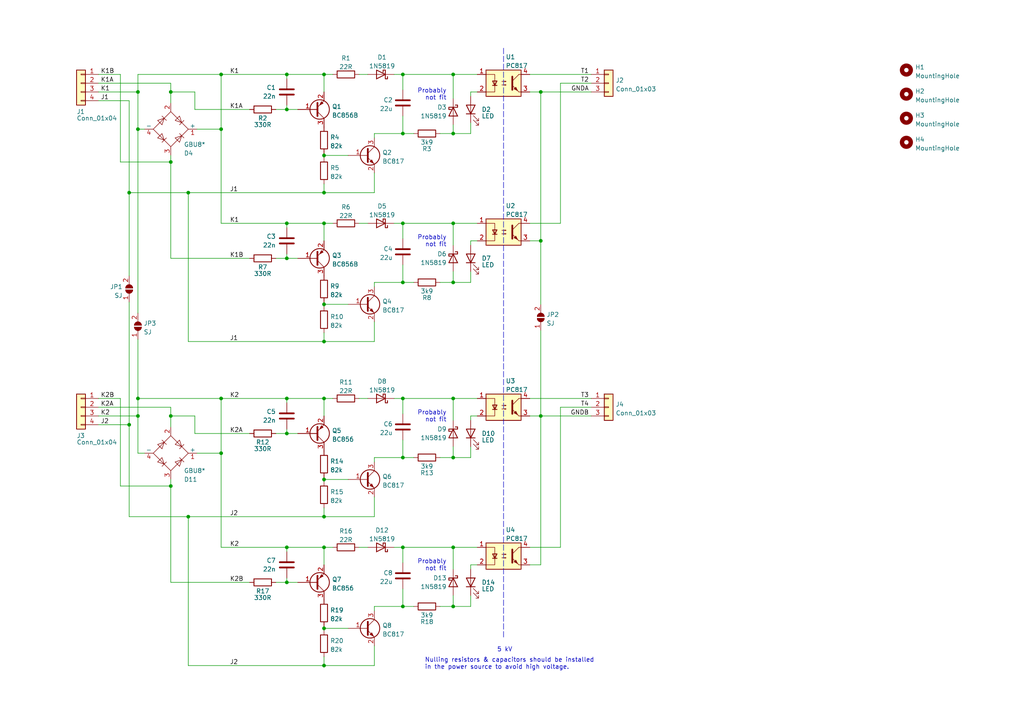
<source format=kicad_sch>
(kicad_sch (version 20211123) (generator eeschema)
  (paper "A4")
  (title_block (title "DCC Track Occupancy Detector") (date "2022-07-19") (rev "1.0") (company "Model Railroader Club Brno I – KMŽ Brno I – https://kmz-brno.cz/") (comment 1 "Jan Horáček"))
  (lib_symbols
    (symbol "Connector_Generic:Conn_01x03" (pin_names (offset 1.016) hide)
      (property "Reference" "J" (at 0 5.08 0))
      (property "Value" "Conn_01x03" (at 0 -5.08 0))
      (symbol "Conn_01x03_1_1"
        (rectangle (start -1.27 -2.413) (end 0 -2.667) (stroke (width 0.1524)))
        (rectangle (start -1.27 0.127) (end 0 -0.127) (stroke (width 0.1524)))
        (rectangle (start -1.27 2.667) (end 0 2.413) (stroke (width 0.1524)))
        (rectangle (start -1.27 3.81) (end 1.27 -3.81) (stroke (width 0.254)) (fill (type background)))
        (pin passive line (at -5.08 2.54 0) (length 3.81) (name "Pin_1") (number "1"))
        (pin passive line (at -5.08 0 0) (length 3.81) (name "Pin_2") (number "2"))
        (pin passive line (at -5.08 -2.54 0) (length 3.81) (name "Pin_3") (number "3"))
      )
    )
    (symbol "Connector_Generic:Conn_01x04" (pin_names (offset 1.016) hide)
      (property "Reference" "J" (at 0 5.08 0))
      (property "Value" "Conn_01x04" (at 0 -7.62 0))
      (symbol "Conn_01x04_1_1"
        (rectangle (start -1.27 -4.953) (end 0 -5.207) (stroke (width 0.1524)))
        (rectangle (start -1.27 -2.413) (end 0 -2.667) (stroke (width 0.1524)))
        (rectangle (start -1.27 0.127) (end 0 -0.127) (stroke (width 0.1524)))
        (rectangle (start -1.27 2.667) (end 0 2.413) (stroke (width 0.1524)))
        (rectangle (start -1.27 3.81) (end 1.27 -6.35) (stroke (width 0.254)) (fill (type background)))
        (pin passive line (at -5.08 2.54 0) (length 3.81) (name "Pin_1") (number "1"))
        (pin passive line (at -5.08 0 0) (length 3.81) (name "Pin_2") (number "2"))
        (pin passive line (at -5.08 -2.54 0) (length 3.81) (name "Pin_3") (number "3"))
        (pin passive line (at -5.08 -5.08 0) (length 3.81) (name "Pin_4") (number "4"))
      )
    )
    (symbol "Device:C" (pin_numbers hide) (pin_names (offset 0.254))
      (property "Reference" "C" (at 0.635 2.54 0))
      (property "Value" "C" (at 0.635 -2.54 0))
      (symbol "C_0_1"
        (polyline (pts (xy -2.032 -0.762) (xy 2.032 -0.762)) (stroke (width 0.508)))
        (polyline (pts (xy -2.032 0.762) (xy 2.032 0.762)) (stroke (width 0.508)))
      )
      (symbol "C_1_1"
        (pin passive line (at 0 3.81 270) (length 2.794) (name "~") (number "1"))
        (pin passive line (at 0 -3.81 90) (length 2.794) (name "~") (number "2"))
      )
    )
    (symbol "Device:LED" (pin_numbers hide) (pin_names (offset 1.016) hide)
      (property "Reference" "D" (at 0 2.54 0))
      (property "Value" "LED" (at 0 -2.54 0))
      (symbol "LED_0_1"
        (polyline (pts (xy -1.27 -1.27) (xy -1.27 1.27)) (stroke (width 0.254)))
        (polyline (pts (xy -1.27 0) (xy 1.27 0)))
        (polyline (pts (xy 1.27 -1.27) (xy 1.27 1.27) (xy -1.27 0) (xy 1.27 -1.27)) (stroke (width 0.254)))
        (polyline (pts (xy -3.048 -0.762) (xy -4.572 -2.286) (xy -3.81 -2.286) (xy -4.572 -2.286) (xy -4.572 -1.524)))
        (polyline (pts (xy -1.778 -0.762) (xy -3.302 -2.286) (xy -2.54 -2.286) (xy -3.302 -2.286) (xy -3.302 -1.524)))
      )
      (symbol "LED_1_1"
        (pin passive line (at -3.81 0 0) (length 2.54) (name "K") (number "1"))
        (pin passive line (at 3.81 0 180) (length 2.54) (name "A") (number "2"))
      )
    )
    (symbol "Device:R" (pin_numbers hide) (pin_names (offset 0))
      (property "Reference" "R" (at 2.032 0 90))
      (property "Value" "R" (at 0 0 90))
      (symbol "R_0_1"
        (rectangle (start -1.016 -2.54) (end 1.016 2.54) (stroke (width 0.254)))
      )
      (symbol "R_1_1"
        (pin passive line (at 0 3.81 270) (length 1.27) (name "~") (number "1"))
        (pin passive line (at 0 -3.81 90) (length 1.27) (name "~") (number "2"))
      )
    )
    (symbol "Diode:1N5819" (pin_numbers hide) (pin_names (offset 1.016) hide)
      (property "Reference" "D" (at 0 2.54 0))
      (property "Value" "1N5819" (at 0 -2.54 0))
      (symbol "1N5819_0_1"
        (polyline (pts (xy 1.27 0) (xy -1.27 0)))
        (polyline (pts (xy 1.27 1.27) (xy 1.27 -1.27) (xy -1.27 0) (xy 1.27 1.27)) (stroke (width 0.254)))
        (polyline (pts (xy -1.905 0.635) (xy -1.905 1.27) (xy -1.27 1.27) (xy -1.27 -1.27) (xy -0.635 -1.27) (xy -0.635 -0.635)) (stroke (width 0.254)))
      )
      (symbol "1N5819_1_1"
        (pin passive line (at -3.81 0 0) (length 2.54) (name "K") (number "1"))
        (pin passive line (at 3.81 0 180) (length 2.54) (name "A") (number "2"))
      )
    )
    (symbol "Diode_Bridge:GBU8B" (pin_names (offset 0))
      (property "Reference" "D" (at 2.54 6.985 0))
      (property "Value" "GBU8B" (at 2.54 5.08 0))
      (symbol "GBU8B_0_1"
        (polyline (pts (xy -2.54 3.81) (xy -1.27 2.54)))
        (polyline (pts (xy -1.27 -2.54) (xy -2.54 -3.81)))
        (polyline (pts (xy 2.54 -1.27) (xy 3.81 -2.54)))
        (polyline (pts (xy 2.54 1.27) (xy 3.81 2.54)))
        (polyline (pts (xy -3.81 2.54) (xy -2.54 1.27) (xy -1.905 3.175) (xy -3.81 2.54)))
        (polyline (pts (xy -2.54 -1.27) (xy -3.81 -2.54) (xy -1.905 -3.175) (xy -2.54 -1.27)))
        (polyline (pts (xy 1.27 2.54) (xy 2.54 3.81) (xy 3.175 1.905) (xy 1.27 2.54)))
        (polyline (pts (xy 3.175 -1.905) (xy 1.27 -2.54) (xy 2.54 -3.81) (xy 3.175 -1.905)))
        (polyline (pts (xy -5.08 0) (xy 0 -5.08) (xy 5.08 0) (xy 0 5.08) (xy -5.08 0)))
      )
      (symbol "GBU8B_1_1"
        (pin passive line (at 7.62 0 180) (length 2.54) (name "+") (number "1"))
        (pin passive line (at 0 -7.62 90) (length 2.54) (name "~") (number "2"))
        (pin passive line (at 0 7.62 270) (length 2.54) (name "~") (number "3"))
        (pin passive line (at -7.62 0 0) (length 2.54) (name "-") (number "4"))
      )
    )
    (symbol "Isolator:PC817" (pin_names (offset 1.016))
      (property "Reference" "U" (at -5.08 5.08 0))
      (property "Value" "PC817" (at 0 5.08 0))
      (symbol "PC817_0_1"
        (rectangle (start -5.08 3.81) (end 5.08 -3.81) (stroke (width 0.254)) (fill (type background)))
        (polyline (pts (xy -3.175 -0.635) (xy -1.905 -0.635)) (stroke (width 0.254)))
        (polyline (pts (xy 2.54 0.635) (xy 4.445 2.54)))
        (polyline (pts (xy 4.445 -2.54) (xy 2.54 -0.635)) (fill (type outline)))
        (polyline (pts (xy 4.445 -2.54) (xy 5.08 -2.54)))
        (polyline (pts (xy 4.445 2.54) (xy 5.08 2.54)))
        (polyline (pts (xy -5.08 2.54) (xy -2.54 2.54) (xy -2.54 -0.635)))
        (polyline (pts (xy -2.54 -0.635) (xy -2.54 -2.54) (xy -5.08 -2.54)))
        (polyline (pts (xy 2.54 1.905) (xy 2.54 -1.905) (xy 2.54 -1.905)) (stroke (width 0.508)))
        (polyline (pts (xy -2.54 -0.635) (xy -3.175 0.635) (xy -1.905 0.635) (xy -2.54 -0.635)) (stroke (width 0.254)))
        (polyline (pts (xy -0.508 -0.508) (xy 0.762 -0.508) (xy 0.381 -0.635) (xy 0.381 -0.381) (xy 0.762 -0.508)))
        (polyline (pts (xy -0.508 0.508) (xy 0.762 0.508) (xy 0.381 0.381) (xy 0.381 0.635) (xy 0.762 0.508)))
        (polyline (pts (xy 3.048 -1.651) (xy 3.556 -1.143) (xy 4.064 -2.159) (xy 3.048 -1.651) (xy 3.048 -1.651)) (fill (type outline)))
      )
      (symbol "PC817_1_1"
        (pin passive line (at -7.62 2.54 0) (length 2.54) (name "~") (number "1"))
        (pin passive line (at -7.62 -2.54 0) (length 2.54) (name "~") (number "2"))
        (pin passive line (at 7.62 -2.54 180) (length 2.54) (name "~") (number "3"))
        (pin passive line (at 7.62 2.54 180) (length 2.54) (name "~") (number "4"))
      )
    )
    (symbol "Jumper:SolderJumper_2_Open" (pin_names (offset 0) hide)
      (property "Reference" "JP" (at 0 2.032 0))
      (property "Value" "SolderJumper_2_Open" (at 0 -2.54 0))
      (symbol "SolderJumper_2_Open_0_1"
        (arc (start -0.254 1.016) (mid -1.27 0) (end -0.254 -1.016))
        (arc (start -0.254 1.016) (mid -1.27 0) (end -0.254 -1.016) (fill (type outline)))
        (polyline (pts (xy -0.254 1.016) (xy -0.254 -1.016)))
        (polyline (pts (xy 0.254 1.016) (xy 0.254 -1.016)))
        (arc (start 0.254 -1.016) (mid 1.27 0) (end 0.254 1.016))
        (arc (start 0.254 -1.016) (mid 1.27 0) (end 0.254 1.016) (fill (type outline)))
      )
      (symbol "SolderJumper_2_Open_1_1"
        (pin passive line (at -3.81 0 0) (length 2.54) (name "A") (number "1"))
        (pin passive line (at 3.81 0 180) (length 2.54) (name "B") (number "2"))
      )
    )
    (symbol "Mechanical:MountingHole" (pin_names (offset 1.016))
      (property "Reference" "H" (at 0 5.08 0))
      (property "Value" "MountingHole" (at 0 3.175 0))
      (symbol "MountingHole_0_1"
        (circle (center 0 0) (radius 1.27) (stroke (width 1.27)))
      )
    )
    (symbol "Transistor_BJT:BC817" (pin_names (offset 0) hide)
      (property "Reference" "Q" (at 5.08 1.905 0))
      (property "Value" "BC817" (at 5.08 0 0))
      (symbol "BC817_0_1"
        (polyline (pts (xy 0.635 0.635) (xy 2.54 2.54)))
        (polyline (pts (xy 0.635 -0.635) (xy 2.54 -2.54) (xy 2.54 -2.54)))
        (polyline (pts (xy 0.635 1.905) (xy 0.635 -1.905) (xy 0.635 -1.905)) (stroke (width 0.508)))
        (polyline (pts (xy 1.27 -1.778) (xy 1.778 -1.27) (xy 2.286 -2.286) (xy 1.27 -1.778) (xy 1.27 -1.778)) (fill (type outline)))
        (circle (center 1.27 0) (radius 2.8194) (stroke (width 0.254)))
      )
      (symbol "BC817_1_1"
        (pin input line (at -5.08 0 0) (length 5.715) (name "B") (number "1"))
        (pin passive line (at 2.54 -5.08 90) (length 2.54) (name "E") (number "2"))
        (pin passive line (at 2.54 5.08 270) (length 2.54) (name "C") (number "3"))
      )
    )
    (symbol "Transistor_BJT:BC856" (pin_names (offset 0) hide)
      (property "Reference" "Q" (at 5.08 1.905 0))
      (property "Value" "BC856" (at 5.08 0 0))
      (symbol "BC856_0_1"
        (polyline (pts (xy 0.635 0.635) (xy 2.54 2.54)))
        (polyline (pts (xy 0.635 -0.635) (xy 2.54 -2.54) (xy 2.54 -2.54)))
        (polyline (pts (xy 0.635 1.905) (xy 0.635 -1.905) (xy 0.635 -1.905)) (stroke (width 0.508)))
        (polyline (pts (xy 2.286 -1.778) (xy 1.778 -2.286) (xy 1.27 -1.27) (xy 2.286 -1.778) (xy 2.286 -1.778)) (fill (type outline)))
        (circle (center 1.27 0) (radius 2.8194) (stroke (width 0.254)))
      )
      (symbol "BC856_1_1"
        (pin input line (at -5.08 0 0) (length 5.715) (name "B") (number "1"))
        (pin passive line (at 2.54 -5.08 90) (length 2.54) (name "E") (number "2"))
        (pin passive line (at 2.54 5.08 270) (length 2.54) (name "C") (number "3"))
      )
    )
  )
  (junction (at 83.185 168.91))
  (junction (at 83.185 158.75))
  (junction (at 131.445 81.915))
  (junction (at 116.84 115.57))
  (junction (at 116.84 132.715))
  (junction (at 40.005 115.57))
  (junction (at 131.445 64.77))
  (junction (at 37.465 123.19))
  (junction (at 83.185 64.77))
  (junction (at 83.185 74.93))
  (junction (at 54.61 149.86))
  (junction (at 156.845 26.67))
  (junction (at 83.185 31.75))
  (junction (at 156.845 69.85))
  (junction (at 131.445 38.735))
  (junction (at 93.98 88.265))
  (junction (at 64.135 131.445))
  (junction (at 64.135 115.57))
  (junction (at 40.005 37.465))
  (junction (at 116.84 81.915))
  (junction (at 156.845 120.65))
  (junction (at 64.135 21.59))
  (junction (at 131.445 132.715))
  (junction (at 116.84 158.75))
  (junction (at 131.445 175.895))
  (junction (at 40.005 120.65))
  (junction (at 93.98 21.59))
  (junction (at 116.84 21.59))
  (junction (at 93.98 99.06))
  (junction (at 116.84 64.77))
  (junction (at 49.53 26.67))
  (junction (at 93.98 64.77))
  (junction (at 116.84 38.735))
  (junction (at 64.135 37.465))
  (junction (at 93.98 193.04))
  (junction (at 49.53 120.65))
  (junction (at 49.53 140.97))
  (junction (at 83.185 21.59))
  (junction (at 93.98 182.245))
  (junction (at 54.61 55.88))
  (junction (at 93.98 115.57))
  (junction (at 93.98 149.86))
  (junction (at 93.98 45.085))
  (junction (at 37.465 55.88))
  (junction (at 83.185 125.73))
  (junction (at 49.53 46.99))
  (junction (at 131.445 115.57))
  (junction (at 131.445 21.59))
  (junction (at 93.98 139.065))
  (junction (at 93.98 158.75))
  (junction (at 116.84 175.895))
  (junction (at 131.445 158.75))
  (junction (at 40.005 26.67))
  (junction (at 93.98 55.88))
  (junction (at 83.185 115.57))
  (wire (pts (xy 93.98 55.88) (xy 108.585 55.88)))
  (wire (pts (xy 116.84 120.015) (xy 116.84 115.57)))
  (wire (pts (xy 108.585 40.005) (xy 108.585 38.735)))
  (wire (pts (xy 136.525 163.83) (xy 138.43 163.83)))
  (wire (pts (xy 116.84 76.835) (xy 116.84 81.915)))
  (wire (pts (xy 37.465 55.88) (xy 54.61 55.88)))
  (wire (pts (xy 64.135 115.57) (xy 64.135 131.445)))
  (wire (pts (xy 83.185 115.57) (xy 93.98 115.57)))
  (wire (pts (xy 156.845 69.85) (xy 156.845 88.265)))
  (wire (pts (xy 83.185 124.46) (xy 83.185 125.73)))
  (wire (pts (xy 131.445 64.77) (xy 131.445 71.12)))
  (wire (pts (xy 80.01 168.91) (xy 83.185 168.91)))
  (wire (pts (xy 83.185 31.75) (xy 86.36 31.75)))
  (wire (pts (xy 49.53 74.93) (xy 72.39 74.93)))
  (wire (pts (xy 28.575 21.59) (xy 34.925 21.59)))
  (wire (pts (xy 127.635 81.915) (xy 131.445 81.915)))
  (wire (pts (xy 64.135 64.77) (xy 83.185 64.77)))
  (wire (pts (xy 56.515 26.67) (xy 56.515 31.75)))
  (wire (pts (xy 80.01 74.93) (xy 83.185 74.93)))
  (wire (pts (xy 93.98 99.06) (xy 108.585 99.06)))
  (wire (pts (xy 153.67 158.75) (xy 162.56 158.75)))
  (wire (pts (xy 108.585 93.345) (xy 108.585 99.06)))
  (wire (pts (xy 56.515 31.75) (xy 72.39 31.75)))
  (wire (pts (xy 93.98 138.43) (xy 93.98 139.065)))
  (wire (pts (xy 116.84 64.77) (xy 131.445 64.77)))
  (wire (pts (xy 49.53 46.99) (xy 49.53 74.93)))
  (wire (pts (xy 49.53 120.65) (xy 49.53 118.11)))
  (wire (pts (xy 116.84 21.59) (xy 131.445 21.59)))
  (wire (pts (xy 93.98 181.61) (xy 93.98 182.245)))
  (wire (pts (xy 83.185 21.59) (xy 93.98 21.59)))
  (wire (pts (xy 40.005 120.65) (xy 40.005 115.57)))
  (wire (pts (xy 83.185 64.77) (xy 93.98 64.77)))
  (wire (pts (xy 54.61 55.88) (xy 54.61 99.06)))
  (wire (pts (xy 54.61 55.88) (xy 93.98 55.88)))
  (wire (pts (xy 116.84 158.75) (xy 114.3 158.75)))
  (wire (pts (xy 131.445 78.74) (xy 131.445 81.915)))
  (wire (pts (xy 83.185 158.75) (xy 93.98 158.75)))
  (wire (pts (xy 93.98 21.59) (xy 96.52 21.59)))
  (wire (pts (xy 54.61 193.04) (xy 93.98 193.04)))
  (wire (pts (xy 83.185 74.93) (xy 86.36 74.93)))
  (wire (pts (xy 108.585 144.145) (xy 108.585 149.86)))
  (wire (pts (xy 108.585 187.325) (xy 108.585 193.04)))
  (wire (pts (xy 116.84 170.815) (xy 116.84 175.895)))
  (wire (pts (xy 83.185 158.75) (xy 83.185 160.02)))
  (wire (pts (xy 116.84 64.77) (xy 114.3 64.77)))
  (wire (pts (xy 116.84 26.035) (xy 116.84 21.59)))
  (wire (pts (xy 136.525 120.65) (xy 136.525 121.92)))
  (wire (pts (xy 162.56 158.75) (xy 162.56 118.11)))
  (wire (pts (xy 93.98 88.265) (xy 100.965 88.265)))
  (wire (pts (xy 40.005 21.59) (xy 64.135 21.59)))
  (wire (pts (xy 28.575 26.67) (xy 40.005 26.67)))
  (wire (pts (xy 153.67 64.77) (xy 162.56 64.77)))
  (wire (pts (xy 136.525 26.67) (xy 138.43 26.67)))
  (wire (pts (xy 34.925 21.59) (xy 34.925 46.99)))
  (wire (pts (xy 131.445 36.195) (xy 131.445 38.735)))
  (wire (pts (xy 93.98 53.34) (xy 93.98 55.88)))
  (wire (pts (xy 156.845 26.67) (xy 156.845 69.85)))
  (wire (pts (xy 40.005 115.57) (xy 64.135 115.57)))
  (wire (pts (xy 93.98 96.52) (xy 93.98 99.06)))
  (wire (pts (xy 116.84 33.655) (xy 116.84 38.735)))
  (wire (pts (xy 64.135 21.59) (xy 83.185 21.59)))
  (wire (pts (xy 37.465 123.19) (xy 37.465 149.86)))
  (wire (pts (xy 93.98 21.59) (xy 93.98 26.67)))
  (wire (pts (xy 108.585 81.915) (xy 116.84 81.915)))
  (wire (pts (xy 93.98 149.86) (xy 108.585 149.86)))
  (wire (pts (xy 131.445 115.57) (xy 138.43 115.57)))
  (wire (pts (xy 131.445 132.715) (xy 136.525 132.715)))
  (wire (pts (xy 83.185 64.77) (xy 83.185 66.04)))
  (wire (pts (xy 153.67 69.85) (xy 156.845 69.85)))
  (wire (pts (xy 116.84 115.57) (xy 114.3 115.57)))
  (wire (pts (xy 80.01 31.75) (xy 83.185 31.75)))
  (polyline (pts (xy 146.05 13.97) (xy 146.05 184.785)))
  (wire (pts (xy 153.67 163.83) (xy 156.845 163.83)))
  (wire (pts (xy 37.465 149.86) (xy 54.61 149.86)))
  (wire (pts (xy 108.585 50.165) (xy 108.585 55.88)))
  (wire (pts (xy 156.845 120.65) (xy 171.45 120.65)))
  (wire (pts (xy 93.98 139.065) (xy 100.965 139.065)))
  (wire (pts (xy 108.585 175.895) (xy 116.84 175.895)))
  (wire (pts (xy 49.53 26.67) (xy 49.53 29.845)))
  (wire (pts (xy 80.01 125.73) (xy 83.185 125.73)))
  (wire (pts (xy 93.98 44.45) (xy 93.98 45.085)))
  (wire (pts (xy 93.98 190.5) (xy 93.98 193.04)))
  (wire (pts (xy 83.185 21.59) (xy 83.185 22.86)))
  (wire (pts (xy 108.585 133.985) (xy 108.585 132.715)))
  (wire (pts (xy 64.135 158.75) (xy 83.185 158.75)))
  (wire (pts (xy 116.84 158.75) (xy 131.445 158.75)))
  (wire (pts (xy 131.445 129.54) (xy 131.445 132.715)))
  (wire (pts (xy 64.135 21.59) (xy 64.135 37.465)))
  (wire (pts (xy 108.585 38.735) (xy 116.84 38.735)))
  (wire (pts (xy 136.525 172.72) (xy 136.525 175.895)))
  (wire (pts (xy 108.585 132.715) (xy 116.84 132.715)))
  (wire (pts (xy 136.525 35.56) (xy 136.525 38.735)))
  (wire (pts (xy 104.14 64.77) (xy 106.68 64.77)))
  (wire (pts (xy 131.445 21.59) (xy 131.445 28.575)))
  (wire (pts (xy 116.84 69.215) (xy 116.84 64.77)))
  (wire (pts (xy 93.98 182.245) (xy 100.965 182.245)))
  (wire (pts (xy 153.67 120.65) (xy 156.845 120.65)))
  (wire (pts (xy 104.14 158.75) (xy 106.68 158.75)))
  (wire (pts (xy 131.445 158.75) (xy 131.445 165.1)))
  (wire (pts (xy 116.84 81.915) (xy 120.015 81.915)))
  (wire (pts (xy 131.445 172.72) (xy 131.445 175.895)))
  (wire (pts (xy 153.67 115.57) (xy 171.45 115.57)))
  (wire (pts (xy 153.67 26.67) (xy 156.845 26.67)))
  (wire (pts (xy 54.61 149.86) (xy 54.61 193.04)))
  (wire (pts (xy 116.84 127.635) (xy 116.84 132.715)))
  (wire (pts (xy 93.98 158.75) (xy 93.98 163.83)))
  (wire (pts (xy 28.575 120.65) (xy 40.005 120.65)))
  (wire (pts (xy 54.61 99.06) (xy 93.98 99.06)))
  (wire (pts (xy 49.53 120.65) (xy 49.53 123.825)))
  (wire (pts (xy 49.53 139.065) (xy 49.53 140.97)))
  (wire (pts (xy 56.515 120.65) (xy 56.515 125.73)))
  (wire (pts (xy 93.98 64.77) (xy 96.52 64.77)))
  (wire (pts (xy 116.84 38.735) (xy 120.015 38.735)))
  (wire (pts (xy 156.845 26.67) (xy 171.45 26.67)))
  (wire (pts (xy 108.585 83.185) (xy 108.585 81.915)))
  (wire (pts (xy 136.525 120.65) (xy 138.43 120.65)))
  (wire (pts (xy 116.84 132.715) (xy 120.015 132.715)))
  (wire (pts (xy 136.525 163.83) (xy 136.525 165.1)))
  (wire (pts (xy 34.925 115.57) (xy 28.575 115.57)))
  (wire (pts (xy 93.98 45.085) (xy 93.98 45.72)))
  (wire (pts (xy 49.53 45.085) (xy 49.53 46.99)))
  (wire (pts (xy 41.91 131.445) (xy 40.005 131.445)))
  (wire (pts (xy 49.53 26.67) (xy 49.53 24.13)))
  (wire (pts (xy 131.445 38.735) (xy 136.525 38.735)))
  (wire (pts (xy 34.925 115.57) (xy 34.925 140.97)))
  (wire (pts (xy 93.98 115.57) (xy 93.98 120.65)))
  (wire (pts (xy 156.845 120.65) (xy 156.845 163.83)))
  (wire (pts (xy 93.98 87.63) (xy 93.98 88.265)))
  (wire (pts (xy 131.445 175.895) (xy 136.525 175.895)))
  (wire (pts (xy 127.635 175.895) (xy 131.445 175.895)))
  (wire (pts (xy 156.845 95.885) (xy 156.845 120.65)))
  (wire (pts (xy 93.98 158.75) (xy 96.52 158.75)))
  (wire (pts (xy 56.515 26.67) (xy 49.53 26.67)))
  (wire (pts (xy 83.185 167.64) (xy 83.185 168.91)))
  (wire (pts (xy 40.005 37.465) (xy 40.005 26.67)))
  (wire (pts (xy 40.005 26.67) (xy 40.005 21.59)))
  (wire (pts (xy 49.53 168.91) (xy 72.39 168.91)))
  (wire (pts (xy 56.515 125.73) (xy 72.39 125.73)))
  (wire (pts (xy 93.98 193.04) (xy 108.585 193.04)))
  (wire (pts (xy 54.61 149.86) (xy 93.98 149.86)))
  (wire (pts (xy 83.185 115.57) (xy 83.185 116.84)))
  (wire (pts (xy 127.635 132.715) (xy 131.445 132.715)))
  (wire (pts (xy 131.445 81.915) (xy 136.525 81.915)))
  (wire (pts (xy 116.84 163.195) (xy 116.84 158.75)))
  (wire (pts (xy 131.445 21.59) (xy 138.43 21.59)))
  (wire (pts (xy 37.465 29.21) (xy 37.465 55.88)))
  (wire (pts (xy 37.465 55.88) (xy 37.465 80.01)))
  (wire (pts (xy 136.525 69.85) (xy 136.525 71.12)))
  (wire (pts (xy 28.575 24.13) (xy 49.53 24.13)))
  (wire (pts (xy 93.98 45.085) (xy 100.965 45.085)))
  (wire (pts (xy 136.525 129.54) (xy 136.525 132.715)))
  (wire (pts (xy 40.005 37.465) (xy 40.005 90.805)))
  (wire (pts (xy 83.185 73.66) (xy 83.185 74.93)))
  (wire (pts (xy 162.56 64.77) (xy 162.56 24.13)))
  (wire (pts (xy 64.135 131.445) (xy 64.135 158.75)))
  (wire (pts (xy 34.925 140.97) (xy 49.53 140.97)))
  (wire (pts (xy 162.56 24.13) (xy 171.45 24.13)))
  (wire (pts (xy 116.84 175.895) (xy 120.015 175.895)))
  (wire (pts (xy 104.14 115.57) (xy 106.68 115.57)))
  (wire (pts (xy 28.575 29.21) (xy 37.465 29.21)))
  (wire (pts (xy 64.135 115.57) (xy 83.185 115.57)))
  (wire (pts (xy 136.525 78.74) (xy 136.525 81.915)))
  (wire (pts (xy 37.465 87.63) (xy 37.465 123.19)))
  (wire (pts (xy 104.14 21.59) (xy 106.68 21.59)))
  (wire (pts (xy 83.185 30.48) (xy 83.185 31.75)))
  (wire (pts (xy 116.84 21.59) (xy 114.3 21.59)))
  (wire (pts (xy 93.98 139.065) (xy 93.98 139.7)))
  (wire (pts (xy 49.53 140.97) (xy 49.53 168.91)))
  (wire (pts (xy 41.91 37.465) (xy 40.005 37.465)))
  (wire (pts (xy 83.185 125.73) (xy 86.36 125.73)))
  (wire (pts (xy 34.925 46.99) (xy 49.53 46.99)))
  (wire (pts (xy 162.56 118.11) (xy 171.45 118.11)))
  (wire (pts (xy 57.15 131.445) (xy 64.135 131.445)))
  (wire (pts (xy 93.98 182.245) (xy 93.98 182.88)))
  (wire (pts (xy 153.67 21.59) (xy 171.45 21.59)))
  (wire (pts (xy 28.575 118.11) (xy 49.53 118.11)))
  (wire (pts (xy 40.005 98.425) (xy 40.005 115.57)))
  (wire (pts (xy 93.98 88.265) (xy 93.98 88.9)))
  (wire (pts (xy 56.515 120.65) (xy 49.53 120.65)))
  (wire (pts (xy 83.185 168.91) (xy 86.36 168.91)))
  (wire (pts (xy 131.445 115.57) (xy 131.445 121.92)))
  (wire (pts (xy 108.585 177.165) (xy 108.585 175.895)))
  (wire (pts (xy 136.525 26.67) (xy 136.525 27.94)))
  (wire (pts (xy 93.98 147.32) (xy 93.98 149.86)))
  (wire (pts (xy 28.575 123.19) (xy 37.465 123.19)))
  (wire (pts (xy 40.005 131.445) (xy 40.005 120.65)))
  (wire (pts (xy 64.135 37.465) (xy 64.135 64.77)))
  (wire (pts (xy 93.98 115.57) (xy 96.52 115.57)))
  (wire (pts (xy 136.525 69.85) (xy 138.43 69.85)))
  (wire (pts (xy 127.635 38.735) (xy 131.445 38.735)))
  (wire (pts (xy 131.445 64.77) (xy 138.43 64.77)))
  (wire (pts (xy 116.84 115.57) (xy 131.445 115.57)))
  (wire (pts (xy 93.98 64.77) (xy 93.98 69.85)))
  (wire (pts (xy 57.15 37.465) (xy 64.135 37.465)))
  (wire (pts (xy 131.445 158.75) (xy 138.43 158.75)))
  (text "Probably\nnot fit" (at 129.54 165.735 180) (effects (font (size 1.27 1.27)) (justify right bottom)))
  (text "Probably\nnot fit" (at 129.54 71.755 180) (effects (font (size 1.27 1.27)) (justify right bottom)))
  (text "5 kV" (at 144.145 189.23 0) (effects (font (size 1.27 1.27)) (justify left bottom)))
  (text "Nulling resistors & capacitors should be installed\nin the power source to avoid high voltage." (at 123.19 194.31 0) (effects (font (size 1.27 1.27)) (justify left bottom)))
  (text "Probably\nnot fit" (at 129.54 122.555 180) (effects (font (size 1.27 1.27)) (justify right bottom)))
  (text "Probably\nnot fit" (at 129.54 29.21 180) (effects (font (size 1.27 1.27)) (justify right bottom)))
  (label "K1" (at 29.21 26.67 0))
  (label "J2" (at 29.21 123.19 0))
  (label "K2A" (at 29.21 118.11 0))
  (label "J1" (at 66.675 99.06 0))
  (label "J1" (at 66.675 55.88 0))
  (label "K2A" (at 66.675 125.73 0))
  (label "K2" (at 66.675 158.75 0))
  (label "K1" (at 66.675 21.59 0))
  (label "K2B" (at 66.675 168.91 0))
  (label "GNDB" (at 170.815 120.65 180))
  (label "T3" (at 170.815 115.57 180))
  (label "K1B" (at 29.21 21.59 0))
  (label "K2B" (at 29.21 115.57 0))
  (label "J2" (at 66.675 149.86 0))
  (label "J1" (at 29.21 29.21 0))
  (label "T2" (at 170.815 24.13 180))
  (label "T4" (at 170.815 118.11 180))
  (label "K1" (at 66.675 64.77 0))
  (label "K2" (at 66.675 115.57 0))
  (label "GNDA" (at 170.815 26.67 180))
  (label "K1A" (at 29.21 24.13 0))
  (label "T1" (at 170.815 21.59 180))
  (label "K1B" (at 66.675 74.93 0))
  (label "J2" (at 66.675 193.04 0))
  (label "K2" (at 29.21 120.65 0))
  (label "K1A" (at 66.675 31.75 0))
  (symbol (lib_id "Device:R") (at 93.98 83.82 0) (unit 1)
    (property "Reference" "R9" (at 95.758 82.9853 0) (effects (justify left)))
    (property "Value" "82k" (at 95.758 85.5222 0) (effects (justify left)))
    (property "Footprint" "Resistor_SMD:R_0805_2012Metric_Pad1.20x1.40mm_HandSolder" (effects hide))
    (property "LCSC" "C17840" (effects hide))
  )
  (symbol (lib_id "Device:C") (at 116.84 123.825 0) (mirror y) (unit 1)
    (property "Reference" "C6" (at 113.919 122.9903 0) (effects (justify left)))
    (property "Value" "22u" (at 113.919 125.5272 0) (effects (justify left)))
    (property "Footprint" "Capacitor_SMD:C_0805_2012Metric_Pad1.18x1.45mm_HandSolder" (effects hide))
    (property "LCSC" "C602037" (effects hide))
  )
  (symbol (lib_id "Device:C") (at 83.185 120.65 0) (unit 1)
    (property "Reference" "C5" (at 80.01 119.38 0) (effects (justify right)))
    (property "Value" "22n" (at 80.01 121.92 0) (effects (justify right)))
    (property "Footprint" "Capacitor_SMD:C_0805_2012Metric_Pad1.18x1.45mm_HandSolder" (effects hide))
    (property "LCSC" "C1729" (effects hide))
  )
  (symbol (lib_id "Device:R") (at 93.98 143.51 0) (unit 1)
    (property "Reference" "R15" (at 95.758 142.6753 0) (effects (justify left)))
    (property "Value" "82k" (at 95.758 145.2122 0) (effects (justify left)))
    (property "Footprint" "Resistor_SMD:R_0805_2012Metric_Pad1.20x1.40mm_HandSolder" (effects hide))
    (property "LCSC" "C17840" (effects hide))
  )
  (symbol (lib_id "Device:R") (at 100.33 158.75 90) (unit 1)
    (property "Reference" "R16" (at 100.33 154.0342 90))
    (property "Value" "22R" (at 100.33 156.5711 90))
    (property "Footprint" "Resistor_SMD:R_0805_2012Metric_Pad1.20x1.40mm_HandSolder" (effects hide))
    (property "LCSC" "C17561" (effects hide))
  )
  (symbol (lib_id "Transistor_BJT:BC856") (at 91.44 125.73 0) (mirror x) (unit 1)
    (property "Reference" "Q5" (at 96.2914 124.8953 0) (effects (justify left)))
    (property "Value" "BC856" (at 96.2914 127.4322 0) (effects (justify left)))
    (property "Footprint" "Package_TO_SOT_SMD:SOT-23" (effects hide))
    (property "Datasheet" "https://www.onsemi.com/pub/Collateral/BC860-D.pdf" (effects hide))
    (property "LCSC" "C2926215" (effects hide))
  )
  (symbol (lib_id "Isolator:PC817") (at 146.05 161.29 0) (unit 1)
    (property "Reference" "U4" (at 146.685 153.67 0) (effects (justify left)))
    (property "Value" "PC817" (at 146.685 156.21 0) (effects (justify left)))
    (property "Footprint" "Package_DIP:DIP-4_W7.62mm_LongPads" (effects hide))
    (property "Datasheet" "http://www.soselectronic.cz/a_info/resource/d/pc817.pdf" (effects hide))
  )
  (symbol (lib_id "Device:R") (at 100.33 115.57 90) (unit 1)
    (property "Reference" "R11" (at 100.33 110.8542 90))
    (property "Value" "22R" (at 100.33 113.3911 90))
    (property "Footprint" "Resistor_SMD:R_0805_2012Metric_Pad1.20x1.40mm_HandSolder" (effects hide))
    (property "LCSC" "C17561" (effects hide))
  )
  (symbol (lib_id "Isolator:PC817") (at 146.05 24.13 0) (unit 1)
    (property "Reference" "U1" (at 146.685 16.51 0) (effects (justify left)))
    (property "Value" "PC817" (at 146.685 19.05 0) (effects (justify left)))
    (property "Footprint" "Package_DIP:DIP-4_W7.62mm_LongPads" (effects hide))
    (property "Datasheet" "http://www.soselectronic.cz/a_info/resource/d/pc817.pdf" (effects hide))
  )
  (symbol (lib_id "Diode:1N5819") (at 110.49 64.77 180) (unit 1)
    (property "Reference" "D5" (at 110.8075 59.8002 0))
    (property "Value" "1N5819" (at 110.8075 62.3371 0))
    (property "Footprint" "Diode_SMD:D_SOD-323_HandSoldering" (effects hide))
    (property "Datasheet" "http://www.vishay.com/docs/88525/1n5817.pdf" (effects hide))
    (property "LCSC" "C191023" (effects hide))
  )
  (symbol (lib_id "Device:LED") (at 136.525 74.93 90) (unit 1)
    (property "Reference" "D7" (at 139.7 74.93 90) (effects (justify right)))
    (property "Value" "LED" (at 139.7 76.835 90) (effects (justify right)))
    (property "Footprint" "LED_THT:LED_D3.0mm" (effects hide))
  )
  (symbol (lib_id "Device:R") (at 93.98 177.8 0) (unit 1)
    (property "Reference" "R19" (at 95.758 176.9653 0) (effects (justify left)))
    (property "Value" "82k" (at 95.758 179.5022 0) (effects (justify left)))
    (property "Footprint" "Resistor_SMD:R_0805_2012Metric_Pad1.20x1.40mm_HandSolder" (effects hide))
    (property "LCSC" "C17840" (effects hide))
  )
  (symbol (lib_id "Device:R") (at 93.98 49.53 0) (unit 1)
    (property "Reference" "R5" (at 95.758 48.6953 0) (effects (justify left)))
    (property "Value" "82k" (at 95.758 51.2322 0) (effects (justify left)))
    (property "Footprint" "Resistor_SMD:R_0805_2012Metric_Pad1.20x1.40mm_HandSolder" (effects hide))
    (property "LCSC" "C17840" (effects hide))
  )
  (symbol (lib_id "Transistor_BJT:BC856") (at 91.44 31.75 0) (mirror x) (unit 1)
    (property "Reference" "Q1" (at 96.2914 30.9153 0) (effects (justify left)))
    (property "Value" "BC856B" (at 96.2914 33.4522 0) (effects (justify left)))
    (property "Footprint" "Package_TO_SOT_SMD:SOT-23" (effects hide))
    (property "Datasheet" "https://www.onsemi.com/pub/Collateral/BC860-D.pdf" (effects hide))
    (property "LCSC" "C2926215" (effects hide))
  )
  (symbol (lib_id "Device:C") (at 116.84 167.005 0) (mirror y) (unit 1)
    (property "Reference" "C8" (at 113.919 166.1703 0) (effects (justify left)))
    (property "Value" "22u" (at 113.919 168.7072 0) (effects (justify left)))
    (property "Footprint" "Capacitor_SMD:C_0805_2012Metric_Pad1.18x1.45mm_HandSolder" (effects hide))
    (property "LCSC" "C602037" (effects hide))
  )
  (symbol (lib_id "Device:R") (at 123.825 38.735 90) (unit 1)
    (property "Reference" "R3" (at 123.825 43.18 90))
    (property "Value" "3k9" (at 123.825 41.275 90))
    (property "Footprint" "Resistor_SMD:R_0805_2012Metric_Pad1.20x1.40mm_HandSolder" (effects hide))
    (property "LCSC" "C17614" (effects hide))
  )
  (symbol (lib_id "Device:R") (at 76.2 168.91 90) (mirror x) (unit 1)
    (property "Reference" "R17" (at 76.2 171.45 90))
    (property "Value" "330R" (at 76.2 173.355 90))
    (property "Footprint" "Resistor_SMD:R_0805_2012Metric_Pad1.20x1.40mm_HandSolder" (effects hide))
    (property "LCSC" "C17630" (effects hide))
  )
  (symbol (lib_id "Connector_Generic:Conn_01x03") (at 176.53 24.13 0) (unit 1)
    (property "Reference" "J2" (at 178.562 23.2953 0) (effects (justify left)))
    (property "Value" "Conn_01x03" (at 178.562 25.8322 0) (effects (justify left)))
    (property "Footprint" "TerminalBlock_4Ucon:TerminalBlock_4Ucon_1x03_P3.50mm_Horizontal" (effects hide))
  )
  (symbol (lib_id "Device:R") (at 76.2 74.93 90) (mirror x) (unit 1)
    (property "Reference" "R7" (at 76.2 77.47 90))
    (property "Value" "330R" (at 76.2 79.375 90))
    (property "Footprint" "Resistor_SMD:R_0805_2012Metric_Pad1.20x1.40mm_HandSolder" (effects hide))
    (property "LCSC" "C17630" (effects hide))
  )
  (symbol (lib_id "Mechanical:MountingHole") (at 262.89 27.305 0) (unit 1)
    (property "Reference" "H2" (at 265.43 26.4703 0) (effects (justify left)))
    (property "Value" "MountingHole" (at 265.43 29.0072 0) (effects (justify left)))
    (property "Footprint" "MountingHole:MountingHole_3.2mm_M3_Pad" (effects hide))
  )
  (symbol (lib_id "Jumper:SolderJumper_2_Open") (at 156.845 92.075 90) (unit 1)
    (property "Reference" "JP2" (at 158.496 91.2403 90) (effects (justify right)))
    (property "Value" "SJ" (at 158.496 93.7772 90) (effects (justify right)))
    (property "Footprint" "Jumper:SolderJumper-2_P1.3mm_Open_RoundedPad1.0x1.5mm" (effects hide))
  )
  (symbol (lib_id "Device:R") (at 93.98 40.64 0) (unit 1)
    (property "Reference" "R4" (at 95.758 39.8053 0) (effects (justify left)))
    (property "Value" "82k" (at 95.758 42.3422 0) (effects (justify left)))
    (property "Footprint" "Resistor_SMD:R_0805_2012Metric_Pad1.20x1.40mm_HandSolder" (effects hide))
    (property "LCSC" "C17840" (effects hide))
  )
  (symbol (lib_id "Transistor_BJT:BC856") (at 91.44 168.91 0) (mirror x) (unit 1)
    (property "Reference" "Q7" (at 96.2914 168.0753 0) (effects (justify left)))
    (property "Value" "BC856" (at 96.2914 170.6122 0) (effects (justify left)))
    (property "Footprint" "Package_TO_SOT_SMD:SOT-23" (effects hide))
    (property "Datasheet" "https://www.onsemi.com/pub/Collateral/BC860-D.pdf" (effects hide))
    (property "LCSC" "C2926215" (effects hide))
  )
  (symbol (lib_id "Connector_Generic:Conn_01x03") (at 176.53 118.11 0) (unit 1)
    (property "Reference" "J4" (at 178.562 117.2753 0) (effects (justify left)))
    (property "Value" "Conn_01x03" (at 178.562 119.8122 0) (effects (justify left)))
    (property "Footprint" "TerminalBlock_4Ucon:TerminalBlock_4Ucon_1x03_P3.50mm_Horizontal" (effects hide))
  )
  (symbol (lib_id "Connector_Generic:Conn_01x04") (at 23.495 118.11 0) (mirror y) (unit 1)
    (property "Reference" "J3" (at 22.225 126.365 0) (effects (justify right)))
    (property "Value" "Conn_01x04" (at 22.225 128.27 0) (effects (justify right)))
    (property "Footprint" "TerminalBlock_Euroclamp:MVE252-5-V-2x" (effects hide))
  )
  (symbol (lib_id "Device:R") (at 100.33 21.59 90) (unit 1)
    (property "Reference" "R1" (at 100.33 16.8742 90))
    (property "Value" "22R" (at 100.33 19.4111 90))
    (property "Footprint" "Resistor_SMD:R_0805_2012Metric_Pad1.20x1.40mm_HandSolder" (effects hide))
    (property "LCSC" "C17561" (effects hide))
  )
  (symbol (lib_id "Device:R") (at 76.2 125.73 90) (mirror x) (unit 1)
    (property "Reference" "R12" (at 76.2 128.27 90))
    (property "Value" "330R" (at 76.2 130.175 90))
    (property "Footprint" "Resistor_SMD:R_0805_2012Metric_Pad1.20x1.40mm_HandSolder" (effects hide))
    (property "LCSC" "C17630" (effects hide))
  )
  (symbol (lib_id "Mechanical:MountingHole") (at 262.89 20.32 0) (unit 1)
    (property "Reference" "H1" (at 265.43 19.4853 0) (effects (justify left)))
    (property "Value" "MountingHole" (at 265.43 22.0222 0) (effects (justify left)))
    (property "Footprint" "MountingHole:MountingHole_3.2mm_M3_Pad" (effects hide))
  )
  (symbol (lib_id "Device:R") (at 100.33 64.77 90) (unit 1)
    (property "Reference" "R6" (at 100.33 60.0542 90))
    (property "Value" "22R" (at 100.33 62.5911 90))
    (property "Footprint" "Resistor_SMD:R_0805_2012Metric_Pad1.20x1.40mm_HandSolder" (effects hide))
    (property "LCSC" "C17561" (effects hide))
  )
  (symbol (lib_id "Transistor_BJT:BC817") (at 106.045 88.265 0) (unit 1)
    (property "Reference" "Q4" (at 110.8964 87.4303 0) (effects (justify left)))
    (property "Value" "BC817" (at 110.8964 89.9672 0) (effects (justify left)))
    (property "Footprint" "Package_TO_SOT_SMD:SOT-23" (effects hide))
    (property "Datasheet" "https://www.onsemi.com/pub/Collateral/BC818-D.pdf" (effects hide))
    (property "LCSC" "C52801" (effects hide))
  )
  (symbol (lib_id "Device:C") (at 83.185 26.67 0) (unit 1)
    (property "Reference" "C1" (at 80.01 25.4 0) (effects (justify right)))
    (property "Value" "22n" (at 80.01 27.94 0) (effects (justify right)))
    (property "Footprint" "Capacitor_SMD:C_0805_2012Metric_Pad1.18x1.45mm_HandSolder" (effects hide))
    (property "LCSC" "C1729" (effects hide))
  )
  (symbol (lib_id "Transistor_BJT:BC856") (at 91.44 74.93 0) (mirror x) (unit 1)
    (property "Reference" "Q3" (at 96.2914 74.0953 0) (effects (justify left)))
    (property "Value" "BC856B" (at 96.2914 76.6322 0) (effects (justify left)))
    (property "Footprint" "Package_TO_SOT_SMD:SOT-23" (effects hide))
    (property "Datasheet" "https://www.onsemi.com/pub/Collateral/BC860-D.pdf" (effects hide))
    (property "LCSC" "C2926215" (effects hide))
  )
  (symbol (lib_id "Jumper:SolderJumper_2_Open") (at 37.465 83.82 270) (mirror x) (unit 1)
    (property "Reference" "JP1" (at 35.56 83.185 90) (effects (justify right)))
    (property "Value" "SJ" (at 35.56 85.725 90) (effects (justify right)))
    (property "Footprint" "Jumper:SolderJumper-2_P1.3mm_Open_RoundedPad1.0x1.5mm" (effects hide))
  )
  (symbol (lib_id "Device:R") (at 123.825 81.915 90) (unit 1)
    (property "Reference" "R8" (at 123.825 86.36 90))
    (property "Value" "3k9" (at 123.825 84.455 90))
    (property "Footprint" "Resistor_SMD:R_0805_2012Metric_Pad1.20x1.40mm_HandSolder" (effects hide))
    (property "LCSC" "C17614" (effects hide))
  )
  (symbol (lib_id "Device:R") (at 123.825 175.895 90) (unit 1)
    (property "Reference" "R18" (at 123.825 180.34 90))
    (property "Value" "3k9" (at 123.825 178.435 90))
    (property "Footprint" "Resistor_SMD:R_0805_2012Metric_Pad1.20x1.40mm_HandSolder" (effects hide))
    (property "LCSC" "C17614" (effects hide))
  )
  (symbol (lib_id "Transistor_BJT:BC817") (at 106.045 45.085 0) (unit 1)
    (property "Reference" "Q2" (at 110.8964 44.2503 0) (effects (justify left)))
    (property "Value" "BC817" (at 110.8964 46.7872 0) (effects (justify left)))
    (property "Footprint" "Package_TO_SOT_SMD:SOT-23" (effects hide))
    (property "Datasheet" "https://www.onsemi.com/pub/Collateral/BC818-D.pdf" (effects hide))
    (property "LCSC" "C52801" (effects hide))
  )
  (symbol (lib_id "Jumper:SolderJumper_2_Open") (at 40.005 94.615 90) (unit 1)
    (property "Reference" "JP3" (at 41.656 93.7803 90) (effects (justify right)))
    (property "Value" "SJ" (at 41.656 96.3172 90) (effects (justify right)))
    (property "Footprint" "Jumper:SolderJumper-2_P1.3mm_Open_RoundedPad1.0x1.5mm" (effects hide))
  )
  (symbol (lib_id "Diode:1N5819") (at 110.49 115.57 180) (unit 1)
    (property "Reference" "D8" (at 110.8075 110.6002 0))
    (property "Value" "1N5819" (at 110.8075 113.1371 0))
    (property "Footprint" "Diode_SMD:D_SOD-323_HandSoldering" (effects hide))
    (property "Datasheet" "http://www.vishay.com/docs/88525/1n5817.pdf" (effects hide))
    (property "LCSC" "C191023" (effects hide))
  )
  (symbol (lib_id "Diode:1N5819") (at 110.49 21.59 180) (unit 1)
    (property "Reference" "D1" (at 110.8075 16.6202 0))
    (property "Value" "1N5819" (at 110.8075 19.1571 0))
    (property "Footprint" "Diode_SMD:D_SOD-323_HandSoldering" (effects hide))
    (property "Datasheet" "http://www.vishay.com/docs/88525/1n5817.pdf" (effects hide))
    (property "LCSC" "C191023" (effects hide))
  )
  (symbol (lib_id "Isolator:PC817") (at 146.05 67.31 0) (unit 1)
    (property "Reference" "U2" (at 146.685 59.69 0) (effects (justify left)))
    (property "Value" "PC817" (at 146.685 62.23 0) (effects (justify left)))
    (property "Footprint" "Package_DIP:DIP-4_W7.62mm_LongPads" (effects hide))
    (property "Datasheet" "http://www.soselectronic.cz/a_info/resource/d/pc817.pdf" (effects hide))
  )
  (symbol (lib_id "Device:R") (at 93.98 134.62 0) (unit 1)
    (property "Reference" "R14" (at 95.758 133.7853 0) (effects (justify left)))
    (property "Value" "82k" (at 95.758 136.3222 0) (effects (justify left)))
    (property "Footprint" "Resistor_SMD:R_0805_2012Metric_Pad1.20x1.40mm_HandSolder" (effects hide))
    (property "LCSC" "C17840" (effects hide))
  )
  (symbol (lib_id "Isolator:PC817") (at 146.05 118.11 0) (unit 1)
    (property "Reference" "U3" (at 146.685 110.49 0) (effects (justify left)))
    (property "Value" "PC817" (at 146.685 113.03 0) (effects (justify left)))
    (property "Footprint" "Package_DIP:DIP-4_W7.62mm_LongPads" (effects hide))
    (property "Datasheet" "http://www.soselectronic.cz/a_info/resource/d/pc817.pdf" (effects hide))
  )
  (symbol (lib_id "Transistor_BJT:BC817") (at 106.045 182.245 0) (unit 1)
    (property "Reference" "Q8" (at 110.8964 181.4103 0) (effects (justify left)))
    (property "Value" "BC817" (at 110.8964 183.9472 0) (effects (justify left)))
    (property "Footprint" "Package_TO_SOT_SMD:SOT-23" (effects hide))
    (property "Datasheet" "https://www.onsemi.com/pub/Collateral/BC818-D.pdf" (effects hide))
    (property "LCSC" "C52801" (effects hide))
  )
  (symbol (lib_id "Device:R") (at 93.98 186.69 0) (unit 1)
    (property "Reference" "R20" (at 95.758 185.8553 0) (effects (justify left)))
    (property "Value" "82k" (at 95.758 188.3922 0) (effects (justify left)))
    (property "Footprint" "Resistor_SMD:R_0805_2012Metric_Pad1.20x1.40mm_HandSolder" (effects hide))
    (property "LCSC" "C17840" (effects hide))
  )
  (symbol (lib_id "Device:C") (at 83.185 69.85 0) (unit 1)
    (property "Reference" "C3" (at 80.01 68.58 0) (effects (justify right)))
    (property "Value" "22n" (at 80.01 71.12 0) (effects (justify right)))
    (property "Footprint" "Capacitor_SMD:C_0805_2012Metric_Pad1.18x1.45mm_HandSolder" (effects hide))
    (property "LCSC" "C1729" (effects hide))
  )
  (symbol (lib_id "Connector_Generic:Conn_01x04") (at 23.495 24.13 0) (mirror y) (unit 1)
    (property "Reference" "J1" (at 22.225 32.385 0) (effects (justify right)))
    (property "Value" "Conn_01x04" (at 22.225 34.29 0) (effects (justify right)))
    (property "Footprint" "TerminalBlock_Euroclamp:MVE252-5-V-2x" (effects hide))
  )
  (symbol (lib_id "Diode_Bridge:GBU8B") (at 49.53 131.445 0) (mirror x) (unit 1)
    (property "Reference" "D11" (at 53.34 139.065 0) (effects (justify left)))
    (property "Value" "GBU8*" (at 53.34 136.525 0) (effects (justify left)))
    (property "Footprint" "Diode_THT:Diode_Bridge_Vishay_GBU" (effects hide))
    (property "Datasheet" "http://www.vishay.com/docs/88656/gbu8a.pdf" (effects hide))
  )
  (symbol (lib_id "Diode:1N5819") (at 131.445 125.73 270) (unit 1)
    (property "Reference" "D9" (at 129.54 124.46 90) (effects (justify right)))
    (property "Value" "1N5819" (at 129.54 127 90) (effects (justify right)))
    (property "Footprint" "Diode_SMD:D_SOD-323_HandSoldering" (effects hide))
    (property "Datasheet" "http://www.vishay.com/docs/88525/1n5817.pdf" (effects hide))
    (property "LCSC" "C191023" (effects hide))
  )
  (symbol (lib_id "Diode:1N5819") (at 131.445 74.93 270) (unit 1)
    (property "Reference" "D6" (at 129.54 73.66 90) (effects (justify right)))
    (property "Value" "1N5819" (at 129.54 76.2 90) (effects (justify right)))
    (property "Footprint" "Diode_SMD:D_SOD-323_HandSoldering" (effects hide))
    (property "Datasheet" "http://www.vishay.com/docs/88525/1n5817.pdf" (effects hide))
    (property "LCSC" "C191023" (effects hide))
  )
  (symbol (lib_id "Diode_Bridge:GBU8B") (at 49.53 37.465 0) (mirror x) (unit 1)
    (property "Reference" "D4" (at 53.34 44.45 0) (effects (justify left)))
    (property "Value" "GBU8*" (at 53.34 41.91 0) (effects (justify left)))
    (property "Footprint" "Diode_THT:Diode_Bridge_Vishay_GBU" (effects hide))
    (property "Datasheet" "http://www.vishay.com/docs/88656/gbu8a.pdf" (effects hide))
  )
  (symbol (lib_id "Diode:1N5819") (at 131.445 32.385 270) (unit 1)
    (property "Reference" "D3" (at 129.54 31.115 90) (effects (justify right)))
    (property "Value" "1N5819" (at 129.54 33.655 90) (effects (justify right)))
    (property "Footprint" "Diode_SMD:D_SOD-323_HandSoldering" (effects hide))
    (property "Datasheet" "http://www.vishay.com/docs/88525/1n5817.pdf" (effects hide))
    (property "LCSC" "C191023" (effects hide))
  )
  (symbol (lib_id "Mechanical:MountingHole") (at 262.89 34.29 0) (unit 1)
    (property "Reference" "H3" (at 265.43 33.4553 0) (effects (justify left)))
    (property "Value" "MountingHole" (at 265.43 35.9922 0) (effects (justify left)))
    (property "Footprint" "MountingHole:MountingHole_3.2mm_M3_Pad" (effects hide))
  )
  (symbol (lib_id "Device:LED") (at 136.525 125.73 90) (unit 1)
    (property "Reference" "D10" (at 139.7 125.73 90) (effects (justify right)))
    (property "Value" "LED" (at 139.7 127.635 90) (effects (justify right)))
    (property "Footprint" "LED_THT:LED_D3.0mm" (effects hide))
  )
  (symbol (lib_id "Diode:1N5819") (at 110.49 158.75 180) (unit 1)
    (property "Reference" "D12" (at 110.8075 153.7802 0))
    (property "Value" "1N5819" (at 110.8075 156.3171 0))
    (property "Footprint" "Diode_SMD:D_SOD-323_HandSoldering" (effects hide))
    (property "Datasheet" "http://www.vishay.com/docs/88525/1n5817.pdf" (effects hide))
    (property "LCSC" "C191023" (effects hide))
  )
  (symbol (lib_id "Diode:1N5819") (at 131.445 168.91 270) (unit 1)
    (property "Reference" "D13" (at 129.54 167.64 90) (effects (justify right)))
    (property "Value" "1N5819" (at 129.54 170.18 90) (effects (justify right)))
    (property "Footprint" "Diode_SMD:D_SOD-323_HandSoldering" (effects hide))
    (property "Datasheet" "http://www.vishay.com/docs/88525/1n5817.pdf" (effects hide))
    (property "LCSC" "C191023" (effects hide))
  )
  (symbol (lib_id "Device:R") (at 93.98 92.71 0) (unit 1)
    (property "Reference" "R10" (at 95.758 91.8753 0) (effects (justify left)))
    (property "Value" "82k" (at 95.758 94.4122 0) (effects (justify left)))
    (property "Footprint" "Resistor_SMD:R_0805_2012Metric_Pad1.20x1.40mm_HandSolder" (effects hide))
    (property "LCSC" "C17840" (effects hide))
  )
  (symbol (lib_id "Device:LED") (at 136.525 168.91 90) (unit 1)
    (property "Reference" "D14" (at 139.7 168.91 90) (effects (justify right)))
    (property "Value" "LED" (at 139.7 170.815 90) (effects (justify right)))
    (property "Footprint" "LED_THT:LED_D3.0mm" (effects hide))
  )
  (symbol (lib_id "Device:R") (at 123.825 132.715 90) (unit 1)
    (property "Reference" "R13" (at 123.825 137.16 90))
    (property "Value" "3k9" (at 123.825 135.255 90))
    (property "Footprint" "Resistor_SMD:R_0805_2012Metric_Pad1.20x1.40mm_HandSolder" (effects hide))
    (property "LCSC" "C17614" (effects hide))
  )
  (symbol (lib_id "Device:C") (at 116.84 29.845 0) (mirror y) (unit 1)
    (property "Reference" "C2" (at 113.919 29.0103 0) (effects (justify left)))
    (property "Value" "22u" (at 113.919 31.5472 0) (effects (justify left)))
    (property "Footprint" "Capacitor_SMD:C_0805_2012Metric_Pad1.18x1.45mm_HandSolder" (effects hide))
    (property "LCSC" "C602037" (effects hide))
  )
  (symbol (lib_id "Device:C") (at 116.84 73.025 0) (mirror y) (unit 1)
    (property "Reference" "C4" (at 113.919 72.1903 0) (effects (justify left)))
    (property "Value" "22u" (at 113.919 74.7272 0) (effects (justify left)))
    (property "Footprint" "Capacitor_SMD:C_0805_2012Metric_Pad1.18x1.45mm_HandSolder" (effects hide))
    (property "LCSC" "C602037" (effects hide))
  )
  (symbol (lib_id "Transistor_BJT:BC817") (at 106.045 139.065 0) (unit 1)
    (property "Reference" "Q6" (at 110.8964 138.2303 0) (effects (justify left)))
    (property "Value" "BC817" (at 110.8964 140.7672 0) (effects (justify left)))
    (property "Footprint" "Package_TO_SOT_SMD:SOT-23" (effects hide))
    (property "Datasheet" "https://www.onsemi.com/pub/Collateral/BC818-D.pdf" (effects hide))
    (property "LCSC" "C52801" (effects hide))
  )
  (symbol (lib_id "Device:C") (at 83.185 163.83 0) (unit 1)
    (property "Reference" "C7" (at 80.01 162.56 0) (effects (justify right)))
    (property "Value" "22n" (at 80.01 165.1 0) (effects (justify right)))
    (property "Footprint" "Capacitor_SMD:C_0805_2012Metric_Pad1.18x1.45mm_HandSolder" (effects hide))
    (property "LCSC" "C1729" (effects hide))
  )
  (symbol (lib_id "Device:LED") (at 136.525 31.75 90) (unit 1)
    (property "Reference" "D2" (at 139.7 31.75 90) (effects (justify right)))
    (property "Value" "LED" (at 139.7 33.655 90) (effects (justify right)))
    (property "Footprint" "LED_THT:LED_D3.0mm" (effects hide))
  )
  (symbol (lib_id "Mechanical:MountingHole") (at 262.89 41.275 0) (unit 1)
    (property "Reference" "H4" (at 265.43 40.4403 0) (effects (justify left)))
    (property "Value" "MountingHole" (at 265.43 42.9772 0) (effects (justify left)))
    (property "Footprint" "MountingHole:MountingHole_3.2mm_M3_Pad" (effects hide))
  )
  (symbol (lib_id "Device:R") (at 76.2 31.75 90) (mirror x) (unit 1)
    (property "Reference" "R2" (at 76.2 34.29 90))
    (property "Value" "330R" (at 76.2 36.195 90))
    (property "Footprint" "Resistor_SMD:R_0805_2012Metric_Pad1.20x1.40mm_HandSolder" (effects hide))
    (property "LCSC" "C17630" (effects hide))
  )
)
</source>
